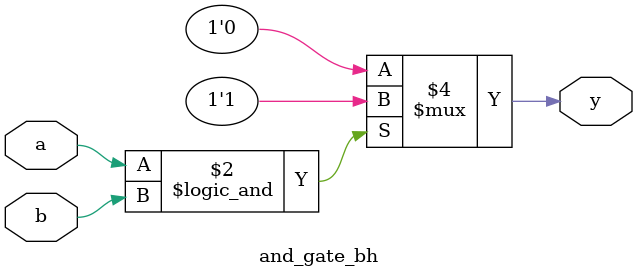
<source format=v>

module and_gate_bh(input a,input b,output reg y); // define module to test run
	always @ (*) begin
	if ( a&& b)
		y=1;
	else
		y=0;
	end
endmodule

</source>
